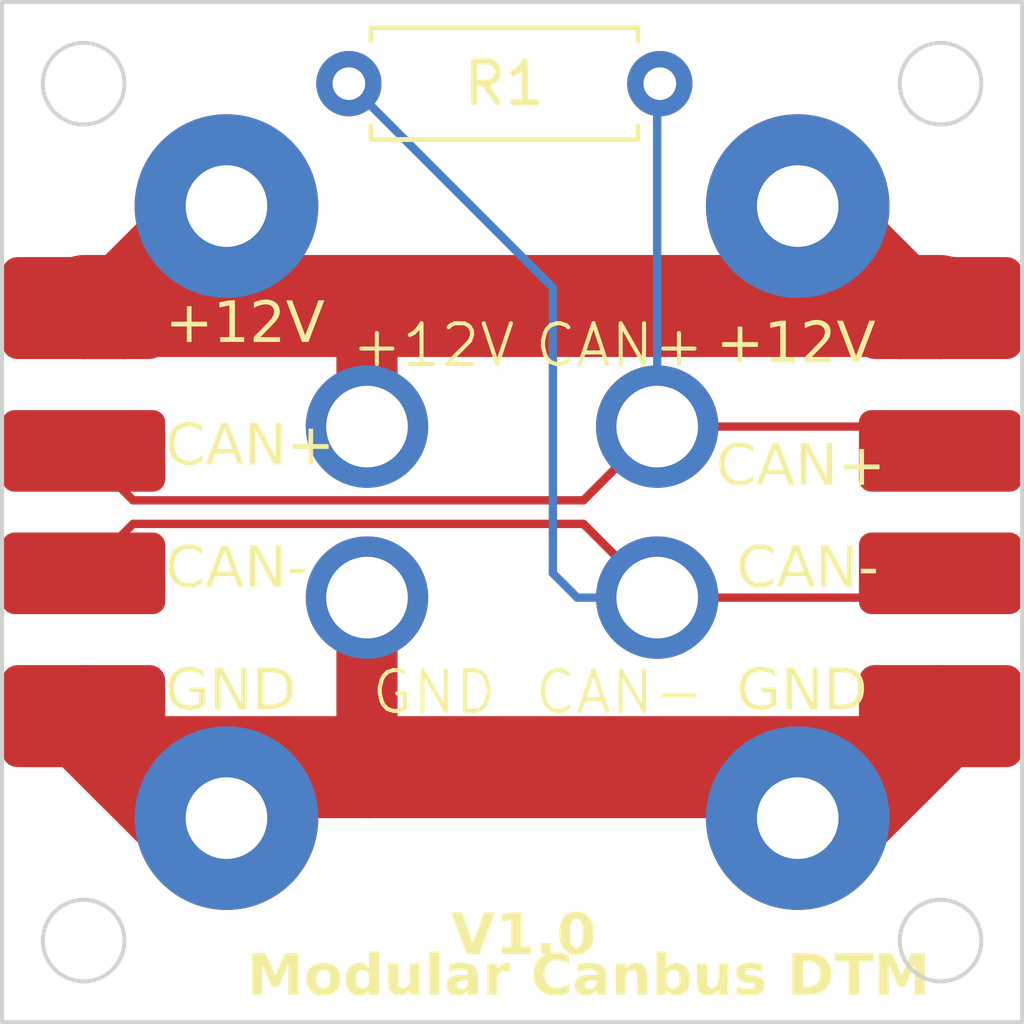
<source format=kicad_pcb>
(kicad_pcb (version 20241229) (generator "pcbnew") (generator_version "9.0")
  (layers (0 "F.Cu" signal) (2 "B.Cu" signal) (13 "F.Paste" user) (15 "B.Paste" user) (5 "F.SilkS" user "F.Silkscreen") (7 "B.SilkS" user "B.Silkscreen") (1 "F.Mask" user) (3 "B.Mask" user) (25 "Edge.Cuts" user))
  (net 0 "")
  (net 1 "Net-(U1-CAN_+)")
  (net 2 "Net-(U1-CAN_-)")
  (net 3 "GND")
  (net 4 "+12V")
  (footprint "Custom_Footprints:DTM4_CANBUS_Edge_Footprint_Mirrored" (layer "F.Cu") (at 23 12.5)
    (property "Reference" "U2" (hide yes))
    (property "Value" "~")
    (fp_text user "GND" (at -5 5 0) (layer "F.SilkS") (effects (font (thickness 0.1)) (justify left bottom)))
    (fp_text user "+12V" (at -5.5 -3.5 0) (layer "F.SilkS") (effects (font (thickness 0.1)) (justify left bottom)))
    (fp_text user "CAN+" (at -5.5 -0.5 0) (layer "F.SilkS") (effects (font (thickness 0.1)) (justify left bottom)))
    (fp_text user "CAN-" (at -5 2 0) (layer "F.SilkS") (effects (font (thickness 0.1)) (justify left bottom)))
    (pad "1" thru_hole circle (at -3.5 -7.5) (size 4.5 4.5) (drill 2) (layers "*.Cu" "*.Mask") (net 4 "+12V"))
    (pad "1" connect roundrect (at 0 -5) (size 4 2.5) (layers "F.Cu" "F.Mask") (roundrect_rratio 0.15) (net 4 "+12V"))
    (pad "2" connect roundrect (at 0 -1.5) (size 4 2) (layers "F.Cu" "F.Mask") (roundrect_rratio 0.15) (net 1 "Net-(U1-CAN_+)"))
    (pad "3" connect roundrect (at 0 1.5) (size 4 2) (layers "F.Cu" "F.Mask") (roundrect_rratio 0.15) (net 2 "Net-(U1-CAN_-)"))
    (pad "4" thru_hole circle (at -3.5 7.5) (size 4.5 4.5) (drill 2) (layers "*.Cu" "*.Mask") (net 3 "GND"))
    (pad "4" connect roundrect (at 0 5) (size 4 2.5) (layers "F.Cu" "F.Mask") (roundrect_rratio 0.15) (net 3 "GND"))
  )
  (footprint "Resistor_THT:R_Axial_DIN0207_L6.3mm_D2.5mm_P7.62mm_Horizontal" (layer "F.Cu") (at 8.5 2)
    (property "Reference" "R1" (at 3.81 0 0) (layer "F.SilkS"))
    (property "Value" "120R")
    (fp_line (start 0.54 -1.37) (end 7.08 -1.37) (stroke (width 0.12)) (layer "F.SilkS"))
    (fp_line (start 0.54 -1.04) (end 0.54 -1.37) (stroke (width 0.12)) (layer "F.SilkS"))
    (fp_line (start 0.54 1.04) (end 0.54 1.37) (stroke (width 0.12)) (layer "F.SilkS"))
    (fp_line (start 0.54 1.37) (end 7.08 1.37) (stroke (width 0.12)) (layer "F.SilkS"))
    (fp_line (start 7.08 -1.37) (end 7.08 -1.04) (stroke (width 0.12)) (layer "F.SilkS"))
    (fp_line (start 7.08 1.37) (end 7.08 1.04) (stroke (width 0.12)) (layer "F.SilkS"))
    (pad "1" thru_hole circle (at 0 0) (size 1.6 1.6) (drill 0.8) (layers "*.Cu" "*.Mask") (net 2 "Net-(U1-CAN_-)"))
    (pad "2" thru_hole oval (at 7.62 0) (size 1.6 1.6) (drill 0.8) (layers "*.Cu" "*.Mask") (net 1 "Net-(U1-CAN_+)"))
  )
  (footprint "Custom_Footprints:DTM4_CABUS_Pin_Footprint" (layer "F.Cu") (at 12.5 12.5)
    (property "Reference" "U5" (hide yes))
    (property "Value" "~")
    (fp_text user "GND" (at -3.5 5 0) (layer "F.SilkS") (effects (font (thickness 0.1)) (justify left bottom)))
    (fp_text user "CAN+" (at 0.5 -3.5 0) (layer "F.SilkS") (effects (font (thickness 0.1)) (justify left bottom)))
    (fp_text user "CAN-" (at 0.5 5 0) (layer "F.SilkS") (effects (font (thickness 0.1)) (justify left bottom)))
    (fp_text user "+12V" (at -4 -3.5 0) (layer "F.SilkS") (effects (font (thickness 0.1)) (justify left bottom)))
    (pad "1" thru_hole circle (at -3.556 -2.0955) (size 3 3) (drill 2) (layers "*.Cu" "*.Mask") (net 4 "+12V"))
    (pad "2" thru_hole circle (at -3.556 2.0955) (size 3 3) (drill 2) (layers "*.Cu" "*.Mask") (net 3 "GND"))
    (pad "3" thru_hole circle (at 3.556 2.0955) (size 3 3) (drill 2) (layers "*.Cu" "*.Mask") (net 2 "Net-(U1-CAN_-)"))
    (pad "4" thru_hole circle (at 3.556 -2.0955) (size 3 3) (drill 2) (layers "*.Cu" "*.Mask") (net 1 "Net-(U1-CAN_+)"))
  )
  (footprint "Custom_Footprints:DTM4_CANBUS_Edge_Footprint" (layer "F.Cu") (at 2 12.5)
    (property "Reference" "U1" (hide yes))
    (property "Value" "~")
    (fp_text user "+12V" (at 2 -4 0) (layer "F.SilkS") (effects (font (thickness 0.1)) (justify left bottom)))
    (fp_text user "GND" (at 2 5 0) (layer "F.SilkS") (effects (font (thickness 0.1)) (justify left bottom)))
    (fp_text user "CAN-" (at 2 2 0) (layer "F.SilkS") (effects (font (thickness 0.1)) (justify left bottom)))
    (fp_text user "CAN+" (at 2 -1 0) (layer "F.SilkS") (effects (font (thickness 0.1)) (justify left bottom)))
    (pad "1" connect roundrect (at 0 -5) (size 4 2.5) (layers "F.Cu" "F.Mask") (roundrect_rratio 0.15) (net 4 "+12V"))
    (pad "1" thru_hole circle (at 3.5 -7.5) (size 4.5 4.5) (drill 2) (layers "*.Cu" "*.Mask") (net 4 "+12V"))
    (pad "2" connect roundrect (at 0 -1.5) (size 4 2) (layers "F.Cu" "F.Mask") (roundrect_rratio 0.15) (net 1 "Net-(U1-CAN_+)"))
    (pad "3" connect roundrect (at 0 1.5) (size 4 2) (layers "F.Cu" "F.Mask") (roundrect_rratio 0.15) (net 2 "Net-(U1-CAN_-)"))
    (pad "4" connect roundrect (at 0 5) (size 4 2.5) (layers "F.Cu" "F.Mask") (roundrect_rratio 0.15) (net 3 "GND"))
    (pad "4" thru_hole circle (at 3.5 7.5) (size 4.5 4.5) (drill 2) (layers "*.Cu" "*.Mask") (net 3 "GND"))
  )
  (gr_circle (center 2 2) (end 3 2) (stroke (width 0.1)) (fill no) (layer "Edge.Cuts"))
  (gr_circle (center 23 23) (end 24 23) (stroke (width 0.1)) (fill no) (layer "Edge.Cuts"))
  (gr_circle (center 23 2) (end 24 2) (stroke (width 0.1)) (fill no) (layer "Edge.Cuts"))
  (gr_circle (center 2 23) (end 3 23) (stroke (width 0.1)) (fill no) (layer "Edge.Cuts"))
  (gr_rect (start 0 0) (end 25 25) (stroke (width 0.1)) (fill no) (layer "Edge.Cuts"))
  (gr_text "Modular Canbus DTM" (at 6 24.5 0) (layer "F.SilkS") (effects (font (size 1 1) (thickness 0.2) (bold yes)) (justify left bottom)))
  (gr_text "V1.0" (at 11 23.5 0) (layer "F.SilkS") (effects (font (size 1 1) (thickness 0.2) (bold yes)) (justify left bottom)))
  (segment (start 3.211 12.211) (end 2 11) (width 0.205) (layer "F.Cu") (net 1))
  (segment (start 14.2495 12.211) (end 3.211 12.211) (width 0.205) (layer "F.Cu") (net 1))
  (segment (start 16.056 10.4045) (end 14.2495 12.211) (width 0.205) (layer "F.Cu") (net 1))
  (segment (start 22.4045 10.4045) (end 23 11) (width 0.205) (layer "F.Cu") (net 1))
  (segment (start 16.056 10.4045) (end 22.4045 10.4045) (width 0.205) (layer "F.Cu") (net 1))
  (segment (start 16.056 2.064) (end 16.12 2) (width 0.205) (layer "B.Cu") (net 1))
  (segment (start 16.056 10.4045) (end 16.056 2.064) (width 0.205) (layer "B.Cu") (net 1))
  (segment (start 14.2495 12.789) (end 3.211 12.789) (width 0.205) (layer "F.Cu") (net 2))
  (segment (start 16.056 14.5955) (end 14.2495 12.789) (width 0.205) (layer "F.Cu") (net 2))
  (segment (start 3.211 12.789) (end 2 14) (width 0.205) (layer "F.Cu") (net 2))
  (segment (start 16.056 14.5955) (end 22.4045 14.5955) (width 0.205) (layer "F.Cu") (net 2))
  (segment (start 22.4045 14.5955) (end 23 14) (width 0.205) (layer "F.Cu") (net 2))
  (segment (start 13.5 7) (end 8.5 2) (width 0.205) (layer "B.Cu") (net 2))
  (segment (start 16.056 14.5955) (end 14.0955 14.5955) (width 0.205) (layer "B.Cu") (net 2))
  (segment (start 13.5 14) (end 13.5 7) (width 0.205) (layer "B.Cu") (net 2))
  (segment (start 14.0955 14.5955) (end 13.5 14) (width 0.205) (layer "B.Cu") (net 2))
  (segment (start 19.5 20) (end 20.5 20) (width 2.5) (layer "F.Cu") (net 3))
  (segment (start 21.75 18.75) (end 23 17.5) (width 2.5) (layer "F.Cu") (net 3))
  (segment (start 3.25 18.75) (end 9 18.75) (width 2.5) (layer "F.Cu") (net 3))
  (segment (start 2 17.5) (end 3.25 18.75) (width 2.5) (layer "F.Cu") (net 3))
  (segment (start 20.5 20) (end 23 17.5) (width 2.5) (layer "F.Cu") (net 3))
  (segment (start 5.5 20) (end 4.5 20) (width 2.5) (layer "F.Cu") (net 3))
  (segment (start 8.944 14.5955) (end 8.944 18.694) (width 1.5) (layer "F.Cu") (net 3))
  (segment (start 8.944 18.694) (end 9 18.75) (width 1.5) (layer "F.Cu") (net 3))
  (segment (start 9 18.75) (end 21.75 18.75) (width 2.5) (layer "F.Cu") (net 3))
  (segment (start 4.5 20) (end 2 17.5) (width 2.5) (layer "F.Cu") (net 3))
  (segment (start 2.051 7.449) (end 9 7.449) (width 2.5) (layer "F.Cu") (net 4))
  (segment (start 2 7.5) (end 3 7.5) (width 2.5) (layer "F.Cu") (net 4))
  (segment (start 8.944 10.4045) (end 8.944 7.505) (width 1.5) (layer "F.Cu") (net 4))
  (segment (start 9 7.449) (end 22.949 7.449) (width 2.5) (layer "F.Cu") (net 4))
  (segment (start 22 7.5) (end 19.5 5) (width 2.5) (layer "F.Cu") (net 4))
  (segment (start 2 7.5) (end 2.051 7.449) (width 2.5) (layer "F.Cu") (net 4))
  (segment (start 22.949 7.449) (end 23 7.5) (width 2.5) (layer "F.Cu") (net 4))
  (segment (start 8.944 7.505) (end 9 7.449) (width 1.5) (layer "F.Cu") (net 4))
  (segment (start 23 7.5) (end 22 7.5) (width 2.5) (layer "F.Cu") (net 4))
  (segment (start 3 7.5) (end 5.5 5) (width 2.5) (layer "F.Cu") (net 4))
)
</source>
